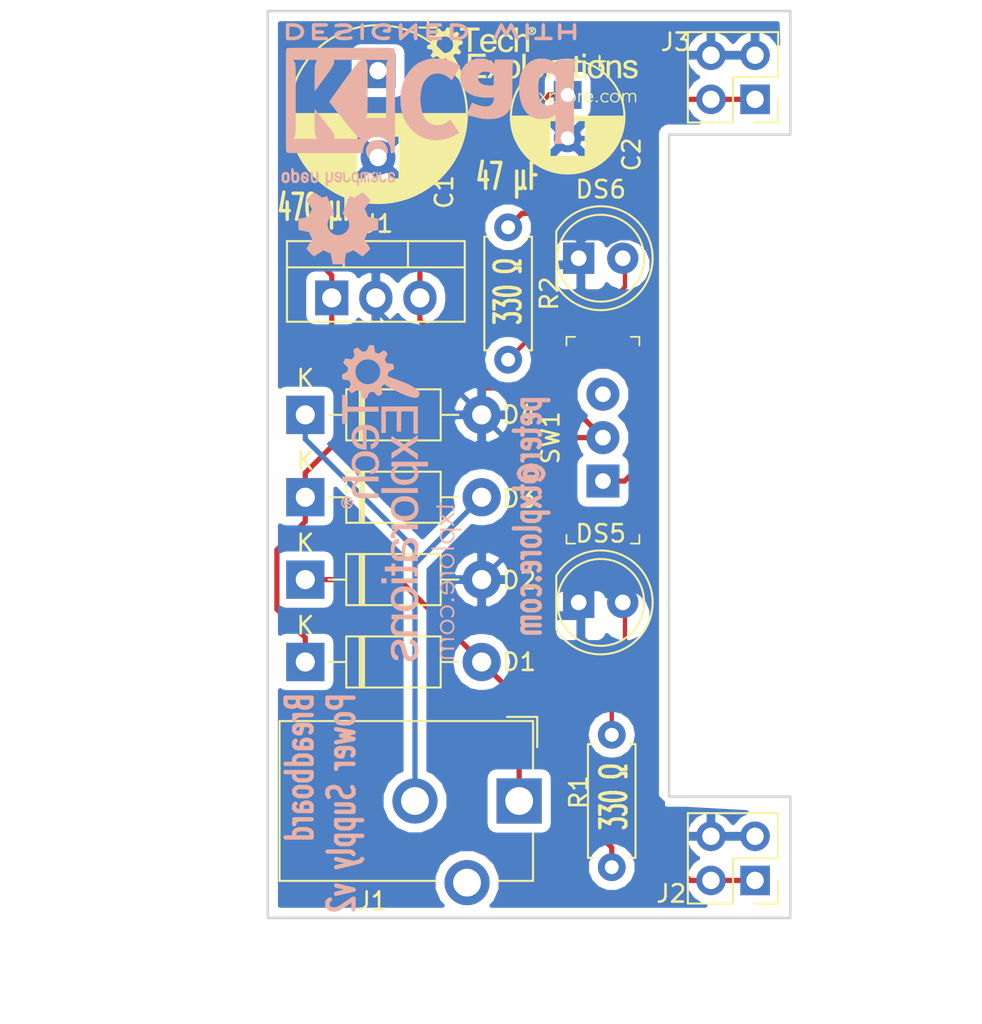
<source format=kicad_pcb>
(kicad_pcb (version 20211014) (generator pcbnew)
  (title_block (title "Breadboard Power Supply") (date "2018-08-14") (rev "2") (company "Tech Explorations") (comment 1 "Designed by Peter"))
  (layers (0 "F.Cu" signal) (31 "B.Cu" signal) (34 "B.Paste" user) (35 "F.Paste" user) (36 "B.SilkS" user "B.Silkscreen") (37 "F.SilkS" user "F.Silkscreen") (38 "B.Mask" user) (39 "F.Mask" user) (44 "Edge.Cuts" user))
  (net 0 "")
  (net 1 "/Vin")
  (net 2 "/V-")
  (net 3 "Net-(J1-Pad3)")
  (net 4 "Net-(SW1-Pad3)")
  (net 5 "/V1")
  (net 6 "/V2")
  (net 7 "/Vout2")
  (net 8 "/Vout1")
  (net 9 "Net-(DS5-Pad2)")
  (net 10 "Net-(DS6-Pad2)")
  (footprint "Connector_PinHeader_2.54mm:PinHeader_2x02_P2.54mm_Vertical" (layer "F.Cu") (at 65.024 157.226 180)
    (fp_text reference "J2" (at 4.826 -0.762 180) (layer "F.SilkS"))
    (fp_text value "Conn_02x02_Odd_Even")
    (pad "1" thru_hole rect locked (at 0 0 180) (size 1.7 1.7) (drill 1) (layers *.Cu *.Mask) (net 7 "/Vout2"))
    (pad "2" thru_hole oval locked (at 2.54 0 180) (size 1.7 1.7) (drill 1) (layers *.Cu *.Mask) (net 7 "/Vout2"))
    (pad "3" thru_hole oval locked (at 0 2.54 180) (size 1.7 1.7) (drill 1) (layers *.Cu *.Mask) (net 2 "/V-"))
    (pad "4" thru_hole oval locked (at 2.54 2.54 180) (size 1.7 1.7) (drill 1) (layers *.Cu *.Mask) (net 2 "/V-"))
  )
  (footprint "digikey-footprints:Switch_Slide_11.6x4mm_EG1218" (layer "F.Cu") (at 56.261 134.239 90)
    (fp_text reference "SW1" (at 2.49 -3.02 90) (layer "F.SilkS"))
    (fp_text value "SW_DPDT_x2")
    (pad "1" thru_hole rect locked (at 0 0 90) (size 1.9 1.9) (drill 0.9) (layers *.Cu *.Mask) (net 7 "/Vout2"))
    (pad "2" thru_hole circle locked (at 2.5 0 90) (size 1.9 1.9) (drill 0.9) (layers *.Cu *.Mask) (net 8 "/Vout1"))
    (pad "3" thru_hole circle locked (at 5 0 90) (size 1.9 1.9) (drill 0.9) (layers *.Cu *.Mask) (net 4 "Net-(SW1-Pad3)"))
  )
  (footprint "Connector_BarrelJack:BarrelJack_CUI_PJ-102AH_Horizontal" (layer "F.Cu") (at 51.435 152.654 -90)
    (fp_text reference "J1" (at 5.75 8.45) (layer "F.SilkS"))
    (fp_text value "Barrel_Jack_Switch")
    (pad "1" thru_hole rect locked (at 0 0 270) (size 2.6 2.6) (drill 1.6) (layers *.Cu *.Mask) (net 5 "/V1"))
    (pad "2" thru_hole circle locked (at 0 6 270) (size 2.6 2.6) (drill 1.6) (layers *.Cu *.Mask) (net 6 "/V2"))
    (pad "3" thru_hole circle locked (at 4.7 3 270) (size 2.6 2.6) (drill 1.6) (layers *.Cu *.Mask) (net 3 "Net-(J1-Pad3)"))
  )
  (footprint "Connector_PinHeader_2.54mm:PinHeader_2x02_P2.54mm_Vertical" (layer "F.Cu") (at 65.024 112.268 180)
    (fp_text reference "J3" (at 4.572 3.302 180) (layer "F.SilkS"))
    (fp_text value "Conn_02x02_Odd_Even")
    (pad "1" thru_hole rect locked (at 0 0 180) (size 1.7 1.7) (drill 1) (layers *.Cu *.Mask) (net 7 "/Vout2"))
    (pad "2" thru_hole oval locked (at 2.54 0 180) (size 1.7 1.7) (drill 1) (layers *.Cu *.Mask) (net 7 "/Vout2"))
    (pad "3" thru_hole oval locked (at 0 2.54 180) (size 1.7 1.7) (drill 1) (layers *.Cu *.Mask) (net 2 "/V-"))
    (pad "4" thru_hole oval locked (at 2.54 2.54 180) (size 1.7 1.7) (drill 1) (layers *.Cu *.Mask) (net 2 "/V-"))
  )
  (footprint "Diode_THT:D_DO-41_SOD81_P10.16mm_Horizontal" (layer "F.Cu") (at 39.116 139.911666)
    (fp_text reference "D2" (at 12.319 0.042334) (layer "F.SilkS"))
    (fp_text value "D")
    (fp_text user "K" (at 0 -2.1) (layer "F.SilkS"))
    (pad "1" thru_hole rect locked (at 0 0) (size 2.2 2.2) (drill 1.1) (layers *.Cu *.Mask) (net 5 "/V1"))
    (pad "2" thru_hole oval locked (at 10.16 0) (size 2.2 2.2) (drill 1.1) (layers *.Cu *.Mask) (net 2 "/V-"))
  )
  (footprint "Package_TO_SOT_THT:TO-220-3_Vertical" (layer "F.Cu") (at 40.64 123.698)
    (fp_text reference "U1" (at 2.54 -4.27) (layer "F.SilkS"))
    (fp_text value "LM7805_TO220")
    (pad "1" thru_hole rect locked (at 0 0) (size 1.905 2) (drill 1.1) (layers *.Cu *.Mask) (net 1 "/Vin"))
    (pad "2" thru_hole oval locked (at 2.54 0) (size 1.905 2) (drill 1.1) (layers *.Cu *.Mask) (net 2 "/V-"))
    (pad "3" thru_hole oval locked (at 5.08 0) (size 1.905 2) (drill 1.1) (layers *.Cu *.Mask) (net 8 "/Vout1"))
  )
  (footprint "Resistor_THT:R_Axial_DIN0207_L6.3mm_D2.5mm_P7.62mm_Horizontal" (layer "F.Cu") (at 50.8 119.634 -90)
    (fp_text reference "R2" (at 3.81 -2.37 -90) (layer "F.SilkS"))
    (fp_text value "R")
    (pad "1" thru_hole circle locked (at 0 0 270) (size 1.6 1.6) (drill 0.8) (layers *.Cu *.Mask) (net 7 "/Vout2"))
    (pad "2" thru_hole oval locked (at 7.62 0 270) (size 1.6 1.6) (drill 0.8) (layers *.Cu *.Mask) (net 10 "Net-(DS6-Pad2)"))
  )
  (footprint "Capacitor_THT:CP_Radial_D6.3mm_P2.50mm" (layer "F.Cu") (at 54.229 112.014 -90)
    (fp_text reference "C2" (at 3.429 -3.683 -90) (layer "F.SilkS"))
    (fp_text value "CP")
    (pad "1" thru_hole rect locked (at 0 0 270) (size 1.6 1.6) (drill 0.8) (layers *.Cu *.Mask) (net 8 "/Vout1"))
    (pad "2" thru_hole circle locked (at 2.5 0 270) (size 1.6 1.6) (drill 0.8) (layers *.Cu *.Mask) (net 2 "/V-"))
  )
  (footprint "Diode_THT:D_DO-41_SOD81_P10.16mm_Horizontal" (layer "F.Cu") (at 39.116 135.170333)
    (fp_text reference "D3" (at 12.319 0.084667) (layer "F.SilkS"))
    (fp_text value "D")
    (fp_text user "K" (at 0 -2.1) (layer "F.SilkS"))
    (pad "1" thru_hole rect locked (at 0 0) (size 2.2 2.2) (drill 1.1) (layers *.Cu *.Mask) (net 1 "/Vin"))
    (pad "2" thru_hole oval locked (at 10.16 0) (size 2.2 2.2) (drill 1.1) (layers *.Cu *.Mask) (net 6 "/V2"))
  )
  (footprint "Diode_THT:D_DO-41_SOD81_P10.16mm_Horizontal" (layer "F.Cu") (at 39.116 130.429)
    (fp_text reference "D4" (at 12.319 0) (layer "F.SilkS"))
    (fp_text value "D")
    (fp_text user "K" (at 0 -2.1) (layer "F.SilkS"))
    (pad "1" thru_hole rect locked (at 0 0) (size 2.2 2.2) (drill 1.1) (layers *.Cu *.Mask) (net 6 "/V2"))
    (pad "2" thru_hole oval locked (at 10.16 0) (size 2.2 2.2) (drill 1.1) (layers *.Cu *.Mask) (net 2 "/V-"))
  )
  (footprint "Diode_THT:D_DO-41_SOD81_P10.16mm_Horizontal" (layer "F.Cu") (at 39.116 144.653)
    (fp_text reference "D1" (at 12.319 0) (layer "F.SilkS"))
    (fp_text value "D")
    (fp_text user "K" (at 0 -2.1) (layer "F.SilkS"))
    (pad "1" thru_hole rect locked (at 0 0) (size 2.2 2.2) (drill 1.1) (layers *.Cu *.Mask) (net 1 "/Vin"))
    (pad "2" thru_hole oval locked (at 10.16 0) (size 2.2 2.2) (drill 1.1) (layers *.Cu *.Mask) (net 5 "/V1"))
  )
  (footprint "Resistor_THT:R_Axial_DIN0207_L6.3mm_D2.5mm_P7.62mm_Horizontal" (layer "F.Cu") (at 56.769 156.464 90)
    (fp_text reference "R1" (at 4.318 -1.905 90) (layer "F.SilkS"))
    (fp_text value "R")
    (pad "1" thru_hole circle locked (at 0 0 90) (size 1.6 1.6) (drill 0.8) (layers *.Cu *.Mask) (net 8 "/Vout1"))
    (pad "2" thru_hole oval locked (at 7.62 0 90) (size 1.6 1.6) (drill 0.8) (layers *.Cu *.Mask) (net 9 "Net-(DS5-Pad2)"))
  )
  (footprint "Custom libraries:TE_Logo_12mm" (layer "F.Cu") (at 52.197 110.363)
    (fp_text reference "G***" hide)
    (fp_text value "LOGO" hide)
  )
  (footprint "Capacitor_THT:CP_Radial_D10.0mm_P5.00mm" (layer "F.Cu") (at 43.307 110.617 -90)
    (fp_text reference "C1" (at 6.985 -3.81 -90) (layer "F.SilkS"))
    (fp_text value "CP")
    (pad "1" thru_hole rect locked (at 0 0 270) (size 2 2) (drill 1) (layers *.Cu *.Mask) (net 1 "/Vin"))
    (pad "2" thru_hole circle locked (at 5 0 270) (size 2 2) (drill 1) (layers *.Cu *.Mask) (net 2 "/V-"))
  )
  (footprint "LED_THT:LED_D5.0mm" (layer "F.Cu") (at 54.864 141.224)
    (fp_text reference "DS5" (at 1.27 -3.96) (layer "F.SilkS"))
    (fp_text value "LED")
    (pad "1" thru_hole rect locked (at 0 0) (size 1.8 1.8) (drill 0.9) (layers *.Cu *.Mask) (net 2 "/V-"))
    (pad "2" thru_hole circle locked (at 2.54 0) (size 1.8 1.8) (drill 0.9) (layers *.Cu *.Mask) (net 9 "Net-(DS5-Pad2)"))
  )
  (footprint "LED_THT:LED_D5.0mm" (layer "F.Cu") (at 54.864 121.412)
    (fp_text reference "DS6" (at 1.27 -3.96) (layer "F.SilkS"))
    (fp_text value "LED")
    (pad "1" thru_hole rect locked (at 0 0) (size 1.8 1.8) (drill 0.9) (layers *.Cu *.Mask) (net 2 "/V-"))
    (pad "2" thru_hole circle locked (at 2.54 0) (size 1.8 1.8) (drill 0.9) (layers *.Cu *.Mask) (net 10 "Net-(DS6-Pad2)"))
  )
  (footprint "Custom libraries:TE_LOGO_URL_v2" (layer "B.Cu") (at 44.577 135.509 -90)
    (fp_text reference "G***" hide)
    (fp_text value "LOGO" hide)
  )
  (footprint "Symbol:KiCad-Logo2_8mm_SilkScreen" (layer "B.Cu") (at 46.355 111.887)
    (fp_text reference "REF**" hide)
    (fp_text value "KiCad-Logo2_8mm_SilkScreen" hide)
  )
  (footprint "Symbol:OSHW-Logo2_7.3x6mm_SilkScreen" (layer "B.Cu") (at 41.021 118.999)
    (fp_text reference "REF**" hide)
    (fp_text value "OSHW-Logo2_7.3x6mm_SilkScreen" hide)
  )
  (gr_line (start 67.056 107.188) (end 36.957 107.188) (layer "Edge.Cuts") (width 0.15))
  (gr_line (start 67.056 114.3) (end 67.056 107.188) (layer "Edge.Cuts") (width 0.15))
  (gr_line (start 36.957 107.188) (end 36.957 159.385) (layer "Edge.Cuts") (width 0.15))
  (gr_line (start 67.056 152.4) (end 60.071 152.4) (layer "Edge.Cuts") (width 0.15))
  (gr_line (start 67.056 159.385) (end 67.056 152.4) (layer "Edge.Cuts") (width 0.15))
  (gr_line (start 36.957 159.385) (end 67.056 159.385) (layer "Edge.Cuts") (width 0.15))
  (gr_line (start 60.071 114.3) (end 67.056 114.3) (layer "Edge.Cuts") (width 0.15))
  (gr_line (start 60.071 152.4) (end 60.071 114.3) (layer "Edge.Cuts") (width 0.15))
  (gr_text "peter@txplore.com" (at 51.943 136.271 90) (layer "B.SilkS") (effects (font (size 1.5 1) (thickness 0.25)) (justify mirror)))
  (gr_text "Breadboard \nPower Supply v2\n" (at 40.005 146.304 90) (layer "B.SilkS") (effects (font (size 1.5 1) (thickness 0.25)) (justify left mirror)))
  (gr_text "470 μF" (at 39.751 118.491) (layer "F.SilkS") (effects (font (size 1.5 0.8) (thickness 0.2))))
  (gr_text "47 μF" (at 50.8 116.713) (layer "F.SilkS") (effects (font (size 1.5 0.8) (thickness 0.2))))
  (gr_text "330 Ω" (at 50.8 123.317 90) (layer "F.SilkS") (effects (font (size 1.5 0.8) (thickness 0.2))))
  (gr_text "330 Ω" (at 56.896 152.4 90) (layer "F.SilkS") (effects (font (size 1.5 0.8) (thickness 0.2))))
  (segment (start 42.164 127.889) (end 40.64 126.365) (width 0.3) (layer "F.Cu") (net 1))
  (segment (start 40.132 112.649) (end 41.783 110.998) (width 0.3) (layer "F.Cu") (net 1))
  (segment (start 39.116 135.170333) (end 39.116 133.770333) (width 0.3) (layer "F.Cu") (net 1))
  (segment (start 41.783 110.841) (end 42.007 110.617) (width 0.3) (layer "F.Cu") (net 1))
  (segment (start 40.64 123.698) (end 40.64 122.398) (width 0.3) (layer "F.Cu") (net 1))
  (segment (start 37.48201 138.204323) (end 37.48201 141.61901) (width 0.3) (layer "F.Cu") (net 1))
  (segment (start 40.64 122.398) (end 40.132 121.89) (width 0.3) (layer "F.Cu") (net 1))
  (segment (start 40.132 121.89) (end 40.132 112.649) (width 0.3) (layer "F.Cu") (net 1))
  (segment (start 42.007 110.617) (end 43.307 110.617) (width 0.3) (layer "F.Cu") (net 1))
  (segment (start 39.116 136.570333) (end 37.48201 138.204323) (width 0.3) (layer "F.Cu") (net 1))
  (segment (start 42.164 130.722333) (end 42.164 127.889) (width 0.3) (layer "F.Cu") (net 1))
  (segment (start 39.116 143.253) (end 39.116 144.653) (width 0.3) (layer "F.Cu") (net 1))
  (segment (start 37.48201 141.61901) (end 39.116 143.253) (width 0.3) (layer "F.Cu") (net 1))
  (segment (start 39.116 135.170333) (end 39.116 136.570333) (width 0.3) (layer "F.Cu") (net 1))
  (segment (start 40.64 126.365) (end 40.64 123.698) (width 0.3) (layer "F.Cu") (net 1))
  (segment (start 39.116 133.770333) (end 42.164 130.722333) (width 0.3) (layer "F.Cu") (net 1))
  (segment (start 41.783 110.998) (end 41.783 110.841) (width 0.3) (layer "F.Cu") (net 1))
  (segment (start 59.055 147.25) (end 59.055 152.126476) (width 0.3) (layer "B.Cu") (net 2))
  (segment (start 49.276 128.873366) (end 49.022 128.619366) (width 0.3) (layer "B.Cu") (net 2))
  (segment (start 50.826001 137.260999) (end 52.451 135.636) (width 0.3) (layer "B.Cu") (net 2))
  (segment (start 54.991 115.276) (end 54.229 114.514) (width 0.3) (layer "B.Cu") (net 2))
  (segment (start 43.18 115.744) (end 43.307 115.617) (width 0.3) (layer "B.Cu") (net 2))
  (segment (start 54.991 121.793) (end 54.991 115.276) (width 0.3) (layer "B.Cu") (net 2))
  (segment (start 49.276 130.429) (end 43.18 124.333) (width 0.3) (layer "B.Cu") (net 2))
  (segment (start 49.022 128.619366) (end 49.022 125.349) (width 0.3) (layer "B.Cu") (net 2))
  (segment (start 49.022 125.349) (end 52.578 121.793) (width 0.3) (layer "B.Cu") (net 2))
  (segment (start 49.276 139.911666) (end 54.116666 139.911666) (width 0.3) (layer "B.Cu") (net 2))
  (segment (start 54.991 143.186) (end 59.055 147.25) (width 0.3) (layer "B.Cu") (net 2))
  (segment (start 54.116666 139.911666) (end 54.991 140.786) (width 0.3) (layer "B.Cu") (net 2))
  (segment (start 49.276 139.911666) (end 50.826001 138.361665) (width 0.3) (layer "B.Cu") (net 2))
  (segment (start 62.484 154.686) (end 65.024 154.686) (width 0.3) (layer "B.Cu") (net 2))
  (segment (start 60.579 154.686) (end 62.484 154.686) (width 0.3) (layer "B.Cu") (net 2))
  (segment (start 54.991 140.786) (end 54.991 141.986) (width 0.3) (layer "B.Cu") (net 2))
  (segment (start 59.055 152.126476) (end 59.69 152.761476) (width 0.3) (layer "B.Cu") (net 2))
  (segment (start 49.276 130.429) (end 49.276 128.873366) (width 0.3) (layer "B.Cu") (net 2))
  (segment (start 59.69 153.797) (end 60.579 154.686) (width 0.3) (layer "B.Cu") (net 2))
  (segment (start 54.229 114.514) (end 55.92 114.514) (width 0.3) (layer "B.Cu") (net 2))
  (segment (start 62.484 109.728) (end 65.024 109.728) (width 0.3) (layer "B.Cu") (net 2))
  (segment (start 55.92 114.514) (end 60.706 109.728) (width 0.3) (layer "B.Cu") (net 2))
  (segment (start 43.18 124.333) (end 43.18 123.698) (width 0.3) (layer "B.Cu") (net 2))
  (segment (start 52.578 121.793) (end 54.991 121.793) (width 0.3) (layer "B.Cu") (net 2))
  (segment (start 43.18 123.698) (end 43.18 115.744) (width 0.3) (layer "B.Cu") (net 2))
  (segment (start 52.451 133.604) (end 49.276 130.429) (width 0.3) (layer "B.Cu") (net 2))
  (segment (start 60.706 109.728) (end 62.484 109.728) (width 0.3) (layer "B.Cu") (net 2))
  (segment (start 50.826001 138.361665) (end 50.826001 137.260999) (width 0.3) (layer "B.Cu") (net 2))
  (segment (start 52.451 135.636) (end 52.451 133.604) (width 0.3) (layer "B.Cu") (net 2))
  (segment (start 59.69 152.761476) (end 59.69 153.797) (width 0.3) (layer "B.Cu") (net 2))
  (segment (start 54.991 141.986) (end 54.991 143.186) (width 0.3) (layer "B.Cu") (net 2))
  (segment (start 51.435 146.812) (end 49.276 144.653) (width 0.3) (layer "F.Cu") (net 5))
  (segment (start 44.534666 139.911666) (end 39.116 139.911666) (width 0.3) (layer "F.Cu") (net 5))
  (segment (start 49.276 144.653) (end 44.534666 139.911666) (width 0.3) (layer "F.Cu") (net 5))
  (segment (start 51.435 152.654) (end 51.435 146.812) (width 0.3) (layer "F.Cu") (net 5))
  (segment (start 39.116 130.429) (end 39.116 131.829) (width 0.3) (layer "B.Cu") (net 6))
  (segment (start 45.435 139.011333) (end 49.276 135.170333) (width 0.3) (layer "B.Cu") (net 6))
  (segment (start 45.435 138.148) (end 45.435 139.011333) (width 0.3) (layer "B.Cu") (net 6))
  (segment (start 45.435 152.654) (end 45.435 139.011333) (width 0.3) (layer "B.Cu") (net 6))
  (segment (start 39.116 131.829) (end 45.435 138.148) (width 0.3) (layer "B.Cu") (net 6))
  (segment (start 59.309 132.441) (end 59.309 114.3) (width 0.3) (layer "F.Cu") (net 7))
  (segment (start 56.261 134.239) (end 57.511 134.239) (width 0.3) (layer "F.Cu") (net 7))
  (segment (start 65.024 157.226) (end 62.484 157.226) (width 0.3) (layer "F.Cu") (net 7))
  (segment (start 51.599999 118.834001) (end 54.774999 118.834001) (width 0.3) (layer "F.Cu") (net 7))
  (segment (start 62.484 112.268) (end 65.024 112.268) (width 0.3) (layer "F.Cu") (net 7))
  (segment (start 54.774999 118.834001) (end 59.309 114.3) (width 0.3) (layer "F.Cu") (net 7))
  (segment (start 50.8 119.634) (end 51.599999 118.834001) (width 0.3) (layer "F.Cu") (net 7))
  (segment (start 62.484 157.226) (end 61.281919 157.226) (width 0.3) (layer "F.Cu") (net 7))
  (segment (start 61.281919 157.226) (end 59.309 155.253081) (width 0.3) (layer "F.Cu") (net 7))
  (segment (start 59.309 113.284) (end 60.325 112.268) (width 0.3) (layer "F.Cu") (net 7))
  (segment (start 57.511 134.239) (end 59.309 132.441) (width 0.3) (layer "F.Cu") (net 7))
  (segment (start 59.309 155.253081) (end 59.309 132.441) (width 0.3) (layer "F.Cu") (net 7))
  (segment (start 59.309 114.3) (end 59.309 113.284) (width 0.3) (layer "F.Cu") (net 7))
  (segment (start 60.325 112.268) (end 62.484 112.268) (width 0.3) (layer "F.Cu") (net 7))
  (segment (start 45.72 119.423) (end 45.72 122.398) (width 0.3) (layer "F.Cu") (net 8))
  (segment (start 49.600999 128.878999) (end 45.72 124.998) (width 0.3) (layer "F.Cu") (net 8))
  (segment (start 53.129 112.014) (end 45.72 119.423) (width 0.3) (layer "F.Cu") (net 8))
  (segment (start 53.975 152.53863) (end 53.975 146.177) (width 0.3) (layer "F.Cu") (net 8))
  (segment (start 52.832 133.35) (end 54.443 131.739) (width 0.3) (layer "F.Cu") (net 8))
  (segment (start 54.443 131.739) (end 56.261 131.739) (width 0.3) (layer "F.Cu") (net 8))
  (segment (start 52.832 145.034) (end 52.832 133.35) (width 0.3) (layer "F.Cu") (net 8))
  (segment (start 56.261 131.739) (end 53.400999 128.878999) (width 0.3) (layer "F.Cu") (net 8))
  (segment (start 56.769 156.464) (end 56.769 155.33263) (width 0.3) (layer "F.Cu") (net 8))
  (segment (start 53.975 146.177) (end 52.832 145.034) (width 0.3) (layer "F.Cu") (net 8))
  (segment (start 45.72 122.398) (end 45.72 123.698) (width 0.3) (layer "F.Cu") (net 8))
  (segment (start 54.229 112.014) (end 53.129 112.014) (width 0.3) (layer "F.Cu") (net 8))
  (segment (start 56.769 155.33263) (end 53.975 152.53863) (width 0.3) (layer "F.Cu") (net 8))
  (segment (start 45.72 124.998) (end 45.72 123.698) (width 0.3) (layer "F.Cu") (net 8))
  (segment (start 53.400999 128.878999) (end 49.600999 128.878999) (width 0.3) (layer "F.Cu") (net 8))
  (segment (start 57.531 144.78) (end 57.531 141.986) (width 0.25) (layer "F.Cu") (net 9))
  (segment (start 56.769 148.844) (end 56.769 145.542) (width 0.25) (layer "F.Cu") (net 9))
  (segment (start 56.769 145.542) (end 57.531 144.78) (width 0.25) (layer "F.Cu") (net 9))
  (segment (start 56.769 123.827792) (end 54.226208 123.827792) (width 0.25) (layer "F.Cu") (net 10))
  (segment (start 57.531 123.065792) (end 56.769 123.827792) (width 0.25) (layer "F.Cu") (net 10))
  (segment (start 57.531 121.793) (end 57.531 123.065792) (width 0.25) (layer "F.Cu") (net 10))
  (segment (start 54.226208 123.827792) (end 50.8 127.254) (width 0.25) (layer "F.Cu") (net 10))
  (zone (net 2) (net_name "/V-") (layer "B.Cu") (connect_pads (clearance 0.508)) (min_thickness 0.254) (fill yes (thermal_gap 0.508) (thermal_bridge_width 0.508))
    (polygon (pts (xy 37.338 107.569) (xy 37.338 159.004) (xy 66.421 159.004) (xy 66.548 153.289) (xy 59.563 152.908) (xy 59.817 113.919) (xy 66.675 114.046) (xy 66.421 107.442)))
  )
)
</source>
